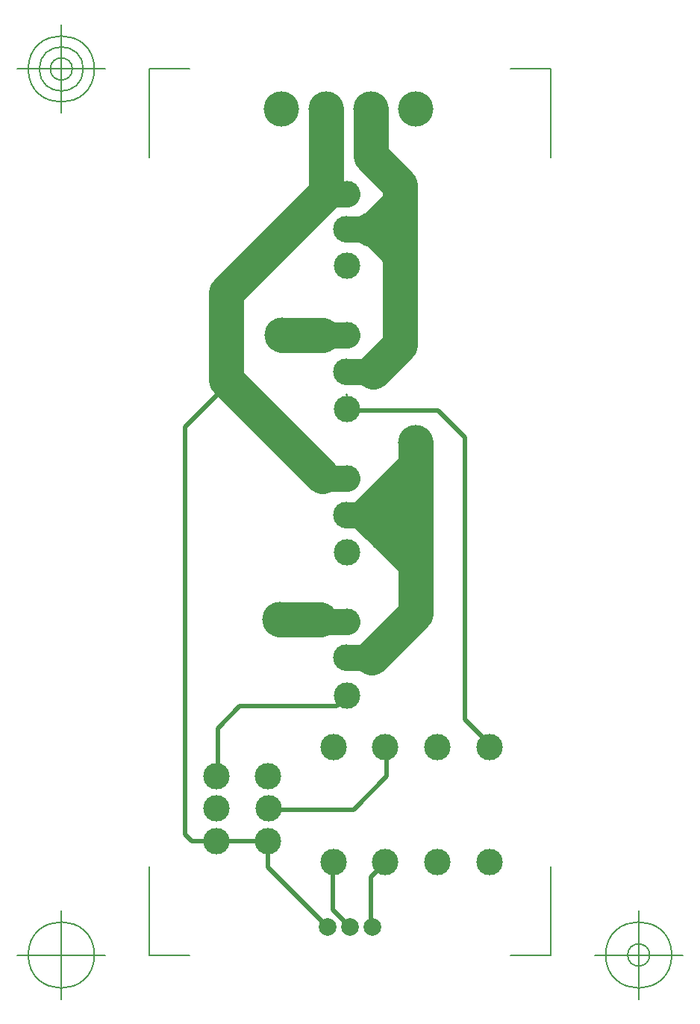
<source format=gbr>
G04 Generated by Ultiboard 14.0 *
%FSLAX34Y34*%
%MOMM*%

%ADD10C,0.0001*%
%ADD11C,3.0000*%
%ADD12C,4.0000*%
%ADD13C,0.2540*%
%ADD14C,0.5000*%
%ADD15C,0.1270*%
%ADD16C,2.0000*%
%ADD17C,3.0000*%
%ADD18C,4.0000*%


G04 ColorRGB 0000FF for the following layer *
%LNBottomLayer*%
%LPD*%
G54D10*
G54D11*
X220980Y334772D02*
X249428Y334772D01*
X191516Y378460D02*
X194056Y375920D01*
X221996Y375920D01*
X220980Y496824D02*
X243840Y496824D01*
X221996Y538480D02*
X196596Y538480D01*
X194056Y541020D01*
X220980Y658876D02*
X250952Y658876D01*
X221996Y701040D02*
X194056Y701040D01*
X221996Y861060D02*
X196596Y861060D01*
X220980Y820928D02*
X248920Y820928D01*
G54D12*
X299212Y384556D02*
X249936Y335280D01*
X145796Y378460D02*
X191516Y378460D01*
X299212Y579120D02*
X299212Y384556D01*
X243840Y496824D02*
X299212Y441452D01*
X265176Y518160D02*
X265176Y475488D01*
X243840Y496824D02*
X298196Y551180D01*
X84836Y650240D02*
X194056Y541020D01*
X84836Y749300D02*
X84836Y650240D01*
X148336Y701040D02*
X194056Y701040D01*
X198120Y862584D02*
X84836Y749300D01*
X198120Y957580D02*
X198120Y862584D01*
X248920Y904240D02*
X248920Y957580D01*
X248920Y904240D02*
X281940Y871220D01*
X281940Y689864D01*
X250952Y658876D01*
X251968Y820928D02*
X281940Y850900D01*
X248920Y820928D02*
X253492Y820928D01*
X281940Y792480D01*
G54D13*
X220472Y632968D02*
X220980Y633476D01*
G54D14*
X225044Y29464D02*
X205740Y48768D01*
X205740Y101600D01*
X199644Y29464D02*
X132080Y97028D01*
X132080Y124460D01*
X129540Y127000D01*
X45720Y127000D02*
X129540Y127000D01*
X45720Y127000D02*
X38100Y134620D01*
X38100Y596900D01*
X88900Y647700D01*
X90170Y647700D01*
X132588Y164084D02*
X134112Y162560D01*
X229386Y162560D01*
X266700Y199874D01*
X266700Y233196D01*
X221996Y292100D02*
X210000Y280104D01*
X210000Y280000D01*
X100000Y280000D01*
X383032Y236968D02*
X383032Y233124D01*
X74760Y254760D02*
X74760Y201760D01*
X73660Y200660D01*
X100000Y280000D02*
X74760Y254760D01*
X355400Y264600D02*
X355400Y560630D01*
X383032Y236968D02*
X355400Y264600D01*
X232780Y617220D02*
X221996Y617220D01*
X234920Y615080D02*
X232780Y617220D01*
X325120Y615080D02*
X355600Y584600D01*
X325120Y615080D02*
X234920Y615080D01*
X355600Y584600D02*
X355600Y558900D01*
X248920Y30988D02*
X248920Y86360D01*
X264160Y101600D01*
X248920Y30988D02*
X250444Y29464D01*
G54D15*
X-2540Y-2540D02*
X-2540Y97968D01*
X-2540Y-2540D02*
X42968Y-2540D01*
X452540Y-2540D02*
X407032Y-2540D01*
X452540Y-2540D02*
X452540Y97968D01*
X452540Y1002540D02*
X452540Y902032D01*
X452540Y1002540D02*
X407032Y1002540D01*
X-2540Y1002540D02*
X42968Y1002540D01*
X-2540Y1002540D02*
X-2540Y902032D01*
X-52540Y-2540D02*
X-152540Y-2540D01*
X-102540Y-52540D02*
X-102540Y47460D01*
X-140040Y-2540D02*
G75*
D01*
G02X-140040Y-2540I37500J0*
G01*
X502540Y-2540D02*
X602540Y-2540D01*
X552540Y-52540D02*
X552540Y47460D01*
X515040Y-2540D02*
G75*
D01*
G02X515040Y-2540I37500J0*
G01*
X540040Y-2540D02*
G75*
D01*
G02X540040Y-2540I12500J0*
G01*
X-52540Y1002540D02*
X-152540Y1002540D01*
X-102540Y952540D02*
X-102540Y1052540D01*
X-140040Y1002540D02*
G75*
D01*
G02X-140040Y1002540I37500J0*
G01*
X-127540Y1002540D02*
G75*
D01*
G02X-127540Y1002540I25000J0*
G01*
X-115040Y1002540D02*
G75*
D01*
G02X-115040Y1002540I12500J0*
G01*
G54D16*
X199644Y29464D03*
X225044Y29464D03*
X250444Y29464D03*
G54D17*
X221996Y292100D03*
X220980Y334772D03*
X221996Y375920D03*
X221996Y454660D03*
X220980Y496824D03*
X221996Y538480D03*
X221996Y701040D03*
X220980Y658876D03*
X221996Y617220D03*
X221996Y779780D03*
X220980Y820928D03*
X221996Y861060D03*
X206248Y103124D03*
X206248Y233124D03*
X265176Y103124D03*
X265176Y233124D03*
X324104Y103124D03*
X324104Y233124D03*
X383032Y103124D03*
X383032Y233124D03*
X73660Y164084D03*
X73660Y127000D03*
X73660Y200660D03*
X132588Y164084D03*
X132080Y200660D03*
X132080Y127000D03*
G54D18*
X145796Y378460D03*
X299212Y579120D03*
X148336Y701040D03*
X299720Y957580D03*
X248920Y957580D03*
X198120Y957580D03*
X147320Y957580D03*

M02*

</source>
